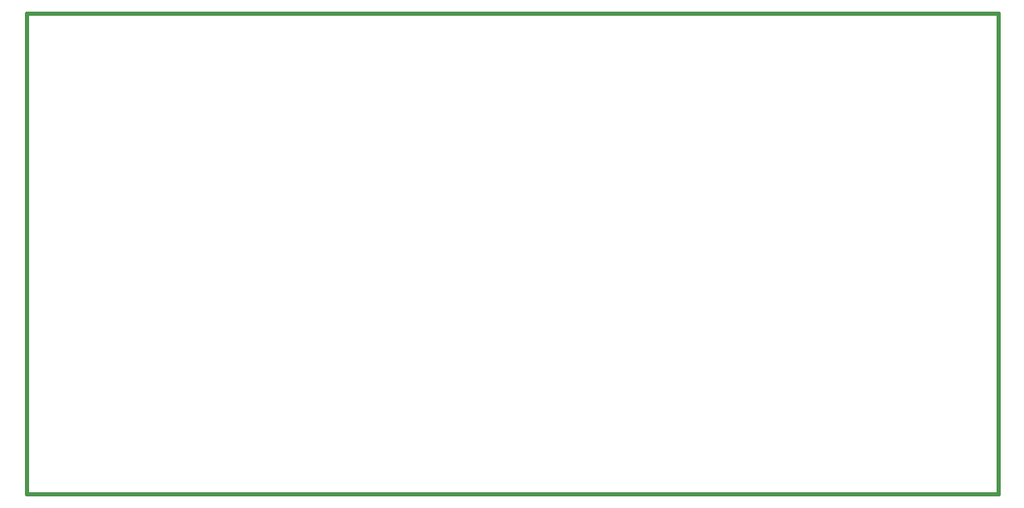
<source format=gko>
%FSLAX33Y33*%
%MOMM*%
%ADD10C,0.381*%
D10*
%LNpath-0*%
G01*
X0Y0D02*
X99000Y0D01*
X99000Y49000*
X0Y49000*
X0Y0*
%LNmechanical details_traces*%
M02*
</source>
